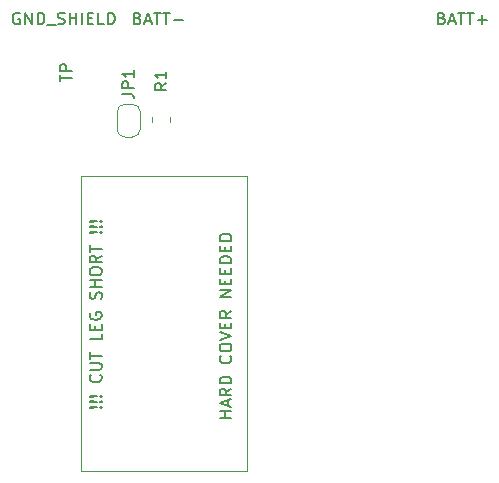
<source format=gto>
G04 #@! TF.GenerationSoftware,KiCad,Pcbnew,5.1.9+dfsg1-1*
G04 #@! TF.CreationDate,2023-02-08T10:37:42+09:00*
G04 #@! TF.ProjectId,pixel-battery-breakout,70697865-6c2d-4626-9174-746572792d62,rev?*
G04 #@! TF.SameCoordinates,Original*
G04 #@! TF.FileFunction,Legend,Top*
G04 #@! TF.FilePolarity,Positive*
%FSLAX46Y46*%
G04 Gerber Fmt 4.6, Leading zero omitted, Abs format (unit mm)*
G04 Created by KiCad (PCBNEW 5.1.9+dfsg1-1) date 2023-02-08 10:37:42*
%MOMM*%
%LPD*%
G01*
G04 APERTURE LIST*
%ADD10C,0.150000*%
%ADD11C,0.120000*%
%ADD12R,4.000000X2.000000*%
%ADD13O,2.000000X1.700000*%
%ADD14O,1.950000X1.700000*%
%ADD15C,0.100000*%
G04 APERTURE END LIST*
D10*
X154202380Y-57011904D02*
X153202380Y-57011904D01*
X153678571Y-57011904D02*
X153678571Y-56440476D01*
X154202380Y-56440476D02*
X153202380Y-56440476D01*
X153916666Y-56011904D02*
X153916666Y-55535714D01*
X154202380Y-56107142D02*
X153202380Y-55773809D01*
X154202380Y-55440476D01*
X154202380Y-54535714D02*
X153726190Y-54869047D01*
X154202380Y-55107142D02*
X153202380Y-55107142D01*
X153202380Y-54726190D01*
X153250000Y-54630952D01*
X153297619Y-54583333D01*
X153392857Y-54535714D01*
X153535714Y-54535714D01*
X153630952Y-54583333D01*
X153678571Y-54630952D01*
X153726190Y-54726190D01*
X153726190Y-55107142D01*
X154202380Y-54107142D02*
X153202380Y-54107142D01*
X153202380Y-53869047D01*
X153250000Y-53726190D01*
X153345238Y-53630952D01*
X153440476Y-53583333D01*
X153630952Y-53535714D01*
X153773809Y-53535714D01*
X153964285Y-53583333D01*
X154059523Y-53630952D01*
X154154761Y-53726190D01*
X154202380Y-53869047D01*
X154202380Y-54107142D01*
X154107142Y-51773809D02*
X154154761Y-51821428D01*
X154202380Y-51964285D01*
X154202380Y-52059523D01*
X154154761Y-52202380D01*
X154059523Y-52297619D01*
X153964285Y-52345238D01*
X153773809Y-52392857D01*
X153630952Y-52392857D01*
X153440476Y-52345238D01*
X153345238Y-52297619D01*
X153250000Y-52202380D01*
X153202380Y-52059523D01*
X153202380Y-51964285D01*
X153250000Y-51821428D01*
X153297619Y-51773809D01*
X153202380Y-51154761D02*
X153202380Y-50964285D01*
X153250000Y-50869047D01*
X153345238Y-50773809D01*
X153535714Y-50726190D01*
X153869047Y-50726190D01*
X154059523Y-50773809D01*
X154154761Y-50869047D01*
X154202380Y-50964285D01*
X154202380Y-51154761D01*
X154154761Y-51250000D01*
X154059523Y-51345238D01*
X153869047Y-51392857D01*
X153535714Y-51392857D01*
X153345238Y-51345238D01*
X153250000Y-51250000D01*
X153202380Y-51154761D01*
X153202380Y-50440476D02*
X154202380Y-50107142D01*
X153202380Y-49773809D01*
X153678571Y-49440476D02*
X153678571Y-49107142D01*
X154202380Y-48964285D02*
X154202380Y-49440476D01*
X153202380Y-49440476D01*
X153202380Y-48964285D01*
X154202380Y-47964285D02*
X153726190Y-48297619D01*
X154202380Y-48535714D02*
X153202380Y-48535714D01*
X153202380Y-48154761D01*
X153250000Y-48059523D01*
X153297619Y-48011904D01*
X153392857Y-47964285D01*
X153535714Y-47964285D01*
X153630952Y-48011904D01*
X153678571Y-48059523D01*
X153726190Y-48154761D01*
X153726190Y-48535714D01*
X154202380Y-46773809D02*
X153202380Y-46773809D01*
X154202380Y-46202380D01*
X153202380Y-46202380D01*
X153678571Y-45726190D02*
X153678571Y-45392857D01*
X154202380Y-45250000D02*
X154202380Y-45726190D01*
X153202380Y-45726190D01*
X153202380Y-45250000D01*
X153678571Y-44821428D02*
X153678571Y-44488095D01*
X154202380Y-44345238D02*
X154202380Y-44821428D01*
X153202380Y-44821428D01*
X153202380Y-44345238D01*
X154202380Y-43916666D02*
X153202380Y-43916666D01*
X153202380Y-43678571D01*
X153250000Y-43535714D01*
X153345238Y-43440476D01*
X153440476Y-43392857D01*
X153630952Y-43345238D01*
X153773809Y-43345238D01*
X153964285Y-43392857D01*
X154059523Y-43440476D01*
X154154761Y-43535714D01*
X154202380Y-43678571D01*
X154202380Y-43916666D01*
X153678571Y-42916666D02*
X153678571Y-42583333D01*
X154202380Y-42440476D02*
X154202380Y-42916666D01*
X153202380Y-42916666D01*
X153202380Y-42440476D01*
X154202380Y-42011904D02*
X153202380Y-42011904D01*
X153202380Y-41773809D01*
X153250000Y-41630952D01*
X153345238Y-41535714D01*
X153440476Y-41488095D01*
X153630952Y-41440476D01*
X153773809Y-41440476D01*
X153964285Y-41488095D01*
X154059523Y-41535714D01*
X154154761Y-41630952D01*
X154202380Y-41773809D01*
X154202380Y-42011904D01*
X143107142Y-56130952D02*
X143154761Y-56083333D01*
X143202380Y-56130952D01*
X143154761Y-56178571D01*
X143107142Y-56130952D01*
X143202380Y-56130952D01*
X142821428Y-56130952D02*
X142250000Y-56178571D01*
X142202380Y-56130952D01*
X142250000Y-56083333D01*
X142821428Y-56130952D01*
X142202380Y-56130952D01*
X143107142Y-55654761D02*
X143154761Y-55607142D01*
X143202380Y-55654761D01*
X143154761Y-55702380D01*
X143107142Y-55654761D01*
X143202380Y-55654761D01*
X142821428Y-55654761D02*
X142250000Y-55702380D01*
X142202380Y-55654761D01*
X142250000Y-55607142D01*
X142821428Y-55654761D01*
X142202380Y-55654761D01*
X143107142Y-55178571D02*
X143154761Y-55130952D01*
X143202380Y-55178571D01*
X143154761Y-55226190D01*
X143107142Y-55178571D01*
X143202380Y-55178571D01*
X142821428Y-55178571D02*
X142250000Y-55226190D01*
X142202380Y-55178571D01*
X142250000Y-55130952D01*
X142821428Y-55178571D01*
X142202380Y-55178571D01*
X143107142Y-53369047D02*
X143154761Y-53416666D01*
X143202380Y-53559523D01*
X143202380Y-53654761D01*
X143154761Y-53797619D01*
X143059523Y-53892857D01*
X142964285Y-53940476D01*
X142773809Y-53988095D01*
X142630952Y-53988095D01*
X142440476Y-53940476D01*
X142345238Y-53892857D01*
X142250000Y-53797619D01*
X142202380Y-53654761D01*
X142202380Y-53559523D01*
X142250000Y-53416666D01*
X142297619Y-53369047D01*
X142202380Y-52940476D02*
X143011904Y-52940476D01*
X143107142Y-52892857D01*
X143154761Y-52845238D01*
X143202380Y-52750000D01*
X143202380Y-52559523D01*
X143154761Y-52464285D01*
X143107142Y-52416666D01*
X143011904Y-52369047D01*
X142202380Y-52369047D01*
X142202380Y-52035714D02*
X142202380Y-51464285D01*
X143202380Y-51750000D02*
X142202380Y-51750000D01*
X143202380Y-49892857D02*
X143202380Y-50369047D01*
X142202380Y-50369047D01*
X142678571Y-49559523D02*
X142678571Y-49226190D01*
X143202380Y-49083333D02*
X143202380Y-49559523D01*
X142202380Y-49559523D01*
X142202380Y-49083333D01*
X142250000Y-48130952D02*
X142202380Y-48226190D01*
X142202380Y-48369047D01*
X142250000Y-48511904D01*
X142345238Y-48607142D01*
X142440476Y-48654761D01*
X142630952Y-48702380D01*
X142773809Y-48702380D01*
X142964285Y-48654761D01*
X143059523Y-48607142D01*
X143154761Y-48511904D01*
X143202380Y-48369047D01*
X143202380Y-48273809D01*
X143154761Y-48130952D01*
X143107142Y-48083333D01*
X142773809Y-48083333D01*
X142773809Y-48273809D01*
X143154761Y-46940476D02*
X143202380Y-46797619D01*
X143202380Y-46559523D01*
X143154761Y-46464285D01*
X143107142Y-46416666D01*
X143011904Y-46369047D01*
X142916666Y-46369047D01*
X142821428Y-46416666D01*
X142773809Y-46464285D01*
X142726190Y-46559523D01*
X142678571Y-46750000D01*
X142630952Y-46845238D01*
X142583333Y-46892857D01*
X142488095Y-46940476D01*
X142392857Y-46940476D01*
X142297619Y-46892857D01*
X142250000Y-46845238D01*
X142202380Y-46750000D01*
X142202380Y-46511904D01*
X142250000Y-46369047D01*
X143202380Y-45940476D02*
X142202380Y-45940476D01*
X142678571Y-45940476D02*
X142678571Y-45369047D01*
X143202380Y-45369047D02*
X142202380Y-45369047D01*
X142202380Y-44702380D02*
X142202380Y-44511904D01*
X142250000Y-44416666D01*
X142345238Y-44321428D01*
X142535714Y-44273809D01*
X142869047Y-44273809D01*
X143059523Y-44321428D01*
X143154761Y-44416666D01*
X143202380Y-44511904D01*
X143202380Y-44702380D01*
X143154761Y-44797619D01*
X143059523Y-44892857D01*
X142869047Y-44940476D01*
X142535714Y-44940476D01*
X142345238Y-44892857D01*
X142250000Y-44797619D01*
X142202380Y-44702380D01*
X143202380Y-43273809D02*
X142726190Y-43607142D01*
X143202380Y-43845238D02*
X142202380Y-43845238D01*
X142202380Y-43464285D01*
X142250000Y-43369047D01*
X142297619Y-43321428D01*
X142392857Y-43273809D01*
X142535714Y-43273809D01*
X142630952Y-43321428D01*
X142678571Y-43369047D01*
X142726190Y-43464285D01*
X142726190Y-43845238D01*
X142202380Y-42988095D02*
X142202380Y-42416666D01*
X143202380Y-42702380D02*
X142202380Y-42702380D01*
X143107142Y-41321428D02*
X143154761Y-41273809D01*
X143202380Y-41321428D01*
X143154761Y-41369047D01*
X143107142Y-41321428D01*
X143202380Y-41321428D01*
X142821428Y-41321428D02*
X142250000Y-41369047D01*
X142202380Y-41321428D01*
X142250000Y-41273809D01*
X142821428Y-41321428D01*
X142202380Y-41321428D01*
X143107142Y-40845238D02*
X143154761Y-40797619D01*
X143202380Y-40845238D01*
X143154761Y-40892857D01*
X143107142Y-40845238D01*
X143202380Y-40845238D01*
X142821428Y-40845238D02*
X142250000Y-40892857D01*
X142202380Y-40845238D01*
X142250000Y-40797619D01*
X142821428Y-40845238D01*
X142202380Y-40845238D01*
X143107142Y-40369047D02*
X143154761Y-40321428D01*
X143202380Y-40369047D01*
X143154761Y-40416666D01*
X143107142Y-40369047D01*
X143202380Y-40369047D01*
X142821428Y-40369047D02*
X142250000Y-40416666D01*
X142202380Y-40369047D01*
X142250000Y-40321428D01*
X142821428Y-40369047D01*
X142202380Y-40369047D01*
X139702380Y-28535714D02*
X139702380Y-27964285D01*
X140702380Y-28250000D02*
X139702380Y-28250000D01*
X140702380Y-27630952D02*
X139702380Y-27630952D01*
X139702380Y-27250000D01*
X139750000Y-27154761D01*
X139797619Y-27107142D01*
X139892857Y-27059523D01*
X140035714Y-27059523D01*
X140130952Y-27107142D01*
X140178571Y-27154761D01*
X140226190Y-27250000D01*
X140226190Y-27630952D01*
X172011904Y-23178571D02*
X172154761Y-23226190D01*
X172202380Y-23273809D01*
X172250000Y-23369047D01*
X172250000Y-23511904D01*
X172202380Y-23607142D01*
X172154761Y-23654761D01*
X172059523Y-23702380D01*
X171678571Y-23702380D01*
X171678571Y-22702380D01*
X172011904Y-22702380D01*
X172107142Y-22750000D01*
X172154761Y-22797619D01*
X172202380Y-22892857D01*
X172202380Y-22988095D01*
X172154761Y-23083333D01*
X172107142Y-23130952D01*
X172011904Y-23178571D01*
X171678571Y-23178571D01*
X172630952Y-23416666D02*
X173107142Y-23416666D01*
X172535714Y-23702380D02*
X172869047Y-22702380D01*
X173202380Y-23702380D01*
X173392857Y-22702380D02*
X173964285Y-22702380D01*
X173678571Y-23702380D02*
X173678571Y-22702380D01*
X174154761Y-22702380D02*
X174726190Y-22702380D01*
X174440476Y-23702380D02*
X174440476Y-22702380D01*
X175059523Y-23321428D02*
X175821428Y-23321428D01*
X175440476Y-23702380D02*
X175440476Y-22940476D01*
X146261904Y-23178571D02*
X146404761Y-23226190D01*
X146452380Y-23273809D01*
X146500000Y-23369047D01*
X146500000Y-23511904D01*
X146452380Y-23607142D01*
X146404761Y-23654761D01*
X146309523Y-23702380D01*
X145928571Y-23702380D01*
X145928571Y-22702380D01*
X146261904Y-22702380D01*
X146357142Y-22750000D01*
X146404761Y-22797619D01*
X146452380Y-22892857D01*
X146452380Y-22988095D01*
X146404761Y-23083333D01*
X146357142Y-23130952D01*
X146261904Y-23178571D01*
X145928571Y-23178571D01*
X146880952Y-23416666D02*
X147357142Y-23416666D01*
X146785714Y-23702380D02*
X147119047Y-22702380D01*
X147452380Y-23702380D01*
X147642857Y-22702380D02*
X148214285Y-22702380D01*
X147928571Y-23702380D02*
X147928571Y-22702380D01*
X148404761Y-22702380D02*
X148976190Y-22702380D01*
X148690476Y-23702380D02*
X148690476Y-22702380D01*
X149309523Y-23321428D02*
X150071428Y-23321428D01*
X136261904Y-22750000D02*
X136166666Y-22702380D01*
X136023809Y-22702380D01*
X135880952Y-22750000D01*
X135785714Y-22845238D01*
X135738095Y-22940476D01*
X135690476Y-23130952D01*
X135690476Y-23273809D01*
X135738095Y-23464285D01*
X135785714Y-23559523D01*
X135880952Y-23654761D01*
X136023809Y-23702380D01*
X136119047Y-23702380D01*
X136261904Y-23654761D01*
X136309523Y-23607142D01*
X136309523Y-23273809D01*
X136119047Y-23273809D01*
X136738095Y-23702380D02*
X136738095Y-22702380D01*
X137309523Y-23702380D01*
X137309523Y-22702380D01*
X137785714Y-23702380D02*
X137785714Y-22702380D01*
X138023809Y-22702380D01*
X138166666Y-22750000D01*
X138261904Y-22845238D01*
X138309523Y-22940476D01*
X138357142Y-23130952D01*
X138357142Y-23273809D01*
X138309523Y-23464285D01*
X138261904Y-23559523D01*
X138166666Y-23654761D01*
X138023809Y-23702380D01*
X137785714Y-23702380D01*
X138547619Y-23797619D02*
X139309523Y-23797619D01*
X139500000Y-23654761D02*
X139642857Y-23702380D01*
X139880952Y-23702380D01*
X139976190Y-23654761D01*
X140023809Y-23607142D01*
X140071428Y-23511904D01*
X140071428Y-23416666D01*
X140023809Y-23321428D01*
X139976190Y-23273809D01*
X139880952Y-23226190D01*
X139690476Y-23178571D01*
X139595238Y-23130952D01*
X139547619Y-23083333D01*
X139500000Y-22988095D01*
X139500000Y-22892857D01*
X139547619Y-22797619D01*
X139595238Y-22750000D01*
X139690476Y-22702380D01*
X139928571Y-22702380D01*
X140071428Y-22750000D01*
X140500000Y-23702380D02*
X140500000Y-22702380D01*
X140500000Y-23178571D02*
X141071428Y-23178571D01*
X141071428Y-23702380D02*
X141071428Y-22702380D01*
X141547619Y-23702380D02*
X141547619Y-22702380D01*
X142023809Y-23178571D02*
X142357142Y-23178571D01*
X142500000Y-23702380D02*
X142023809Y-23702380D01*
X142023809Y-22702380D01*
X142500000Y-22702380D01*
X143404761Y-23702380D02*
X142928571Y-23702380D01*
X142928571Y-22702380D01*
X143738095Y-23702380D02*
X143738095Y-22702380D01*
X143976190Y-22702380D01*
X144119047Y-22750000D01*
X144214285Y-22845238D01*
X144261904Y-22940476D01*
X144309523Y-23130952D01*
X144309523Y-23273809D01*
X144261904Y-23464285D01*
X144214285Y-23559523D01*
X144119047Y-23654761D01*
X143976190Y-23702380D01*
X143738095Y-23702380D01*
D11*
X155500000Y-61500000D02*
X141500000Y-61500000D01*
X155500000Y-36500000D02*
X155500000Y-61500000D01*
X141500000Y-36500000D02*
X155500000Y-36500000D01*
X141500000Y-61500000D02*
X141500000Y-36500000D01*
X146500000Y-31150000D02*
X146500000Y-32550000D01*
X145800000Y-33250000D02*
X145200000Y-33250000D01*
X144500000Y-32550000D02*
X144500000Y-31150000D01*
X145200000Y-30450000D02*
X145800000Y-30450000D01*
X146500000Y-32550000D02*
G75*
G02*
X145800000Y-33250000I-700000J0D01*
G01*
X145200000Y-33250000D02*
G75*
G02*
X144500000Y-32550000I0J700000D01*
G01*
X144500000Y-31150000D02*
G75*
G02*
X145200000Y-30450000I700000J0D01*
G01*
X145800000Y-30450000D02*
G75*
G02*
X146500000Y-31150000I0J-700000D01*
G01*
X148985000Y-31977064D02*
X148985000Y-31522936D01*
X147515000Y-31977064D02*
X147515000Y-31522936D01*
D10*
X144952380Y-29583333D02*
X145666666Y-29583333D01*
X145809523Y-29630952D01*
X145904761Y-29726190D01*
X145952380Y-29869047D01*
X145952380Y-29964285D01*
X145952380Y-29107142D02*
X144952380Y-29107142D01*
X144952380Y-28726190D01*
X145000000Y-28630952D01*
X145047619Y-28583333D01*
X145142857Y-28535714D01*
X145285714Y-28535714D01*
X145380952Y-28583333D01*
X145428571Y-28630952D01*
X145476190Y-28726190D01*
X145476190Y-29107142D01*
X145952380Y-27583333D02*
X145952380Y-28154761D01*
X145952380Y-27869047D02*
X144952380Y-27869047D01*
X145095238Y-27964285D01*
X145190476Y-28059523D01*
X145238095Y-28154761D01*
X148702380Y-28666666D02*
X148226190Y-29000000D01*
X148702380Y-29238095D02*
X147702380Y-29238095D01*
X147702380Y-28857142D01*
X147750000Y-28761904D01*
X147797619Y-28714285D01*
X147892857Y-28666666D01*
X148035714Y-28666666D01*
X148130952Y-28714285D01*
X148178571Y-28761904D01*
X148226190Y-28857142D01*
X148226190Y-29238095D01*
X148702380Y-27714285D02*
X148702380Y-28285714D01*
X148702380Y-28000000D02*
X147702380Y-28000000D01*
X147845238Y-28095238D01*
X147940476Y-28190476D01*
X147988095Y-28285714D01*
%LPC*%
D12*
X173500000Y-21250000D03*
X147500000Y-21250000D03*
X140500000Y-21250000D03*
G36*
G01*
X149000000Y-58350000D02*
X147500000Y-58350000D01*
G75*
G02*
X147250000Y-58100000I0J250000D01*
G01*
X147250000Y-56900000D01*
G75*
G02*
X147500000Y-56650000I250000J0D01*
G01*
X149000000Y-56650000D01*
G75*
G02*
X149250000Y-56900000I0J-250000D01*
G01*
X149250000Y-58100000D01*
G75*
G02*
X149000000Y-58350000I-250000J0D01*
G01*
G37*
D13*
X148250000Y-55000000D03*
G36*
G01*
X148975000Y-48850000D02*
X147525000Y-48850000D01*
G75*
G02*
X147275000Y-48600000I0J250000D01*
G01*
X147275000Y-47400000D01*
G75*
G02*
X147525000Y-47150000I250000J0D01*
G01*
X148975000Y-47150000D01*
G75*
G02*
X149225000Y-47400000I0J-250000D01*
G01*
X149225000Y-48600000D01*
G75*
G02*
X148975000Y-48850000I-250000J0D01*
G01*
G37*
D14*
X148250000Y-45500000D03*
X148250000Y-43000000D03*
X148250000Y-40500000D03*
D15*
G36*
X144750000Y-31700000D02*
G01*
X144750000Y-31200000D01*
X144750602Y-31200000D01*
X144750602Y-31175466D01*
X144755412Y-31126635D01*
X144764984Y-31078510D01*
X144779228Y-31031555D01*
X144798005Y-30986222D01*
X144821136Y-30942949D01*
X144848396Y-30902150D01*
X144879524Y-30864221D01*
X144914221Y-30829524D01*
X144952150Y-30798396D01*
X144992949Y-30771136D01*
X145036222Y-30748005D01*
X145081555Y-30729228D01*
X145128510Y-30714984D01*
X145176635Y-30705412D01*
X145225466Y-30700602D01*
X145250000Y-30700602D01*
X145250000Y-30700000D01*
X145750000Y-30700000D01*
X145750000Y-30700602D01*
X145774534Y-30700602D01*
X145823365Y-30705412D01*
X145871490Y-30714984D01*
X145918445Y-30729228D01*
X145963778Y-30748005D01*
X146007051Y-30771136D01*
X146047850Y-30798396D01*
X146085779Y-30829524D01*
X146120476Y-30864221D01*
X146151604Y-30902150D01*
X146178864Y-30942949D01*
X146201995Y-30986222D01*
X146220772Y-31031555D01*
X146235016Y-31078510D01*
X146244588Y-31126635D01*
X146249398Y-31175466D01*
X146249398Y-31200000D01*
X146250000Y-31200000D01*
X146250000Y-31700000D01*
X144750000Y-31700000D01*
G37*
G36*
X146249398Y-32500000D02*
G01*
X146249398Y-32524534D01*
X146244588Y-32573365D01*
X146235016Y-32621490D01*
X146220772Y-32668445D01*
X146201995Y-32713778D01*
X146178864Y-32757051D01*
X146151604Y-32797850D01*
X146120476Y-32835779D01*
X146085779Y-32870476D01*
X146047850Y-32901604D01*
X146007051Y-32928864D01*
X145963778Y-32951995D01*
X145918445Y-32970772D01*
X145871490Y-32985016D01*
X145823365Y-32994588D01*
X145774534Y-32999398D01*
X145750000Y-32999398D01*
X145750000Y-33000000D01*
X145250000Y-33000000D01*
X145250000Y-32999398D01*
X145225466Y-32999398D01*
X145176635Y-32994588D01*
X145128510Y-32985016D01*
X145081555Y-32970772D01*
X145036222Y-32951995D01*
X144992949Y-32928864D01*
X144952150Y-32901604D01*
X144914221Y-32870476D01*
X144879524Y-32835779D01*
X144848396Y-32797850D01*
X144821136Y-32757051D01*
X144798005Y-32713778D01*
X144779228Y-32668445D01*
X144764984Y-32621490D01*
X144755412Y-32573365D01*
X144750602Y-32524534D01*
X144750602Y-32500000D01*
X144750000Y-32500000D01*
X144750000Y-32000000D01*
X146250000Y-32000000D01*
X146250000Y-32500000D01*
X146249398Y-32500000D01*
G37*
G36*
G01*
X148700001Y-33350000D02*
X147799999Y-33350000D01*
G75*
G02*
X147550000Y-33100001I0J249999D01*
G01*
X147550000Y-32399999D01*
G75*
G02*
X147799999Y-32150000I249999J0D01*
G01*
X148700001Y-32150000D01*
G75*
G02*
X148950000Y-32399999I0J-249999D01*
G01*
X148950000Y-33100001D01*
G75*
G02*
X148700001Y-33350000I-249999J0D01*
G01*
G37*
G36*
G01*
X148700001Y-31350000D02*
X147799999Y-31350000D01*
G75*
G02*
X147550000Y-31100001I0J249999D01*
G01*
X147550000Y-30399999D01*
G75*
G02*
X147799999Y-30150000I249999J0D01*
G01*
X148700001Y-30150000D01*
G75*
G02*
X148950000Y-30399999I0J-249999D01*
G01*
X148950000Y-31100001D01*
G75*
G02*
X148700001Y-31350000I-249999J0D01*
G01*
G37*
D12*
X140500000Y-30250000D03*
X140500000Y-33250000D03*
M02*

</source>
